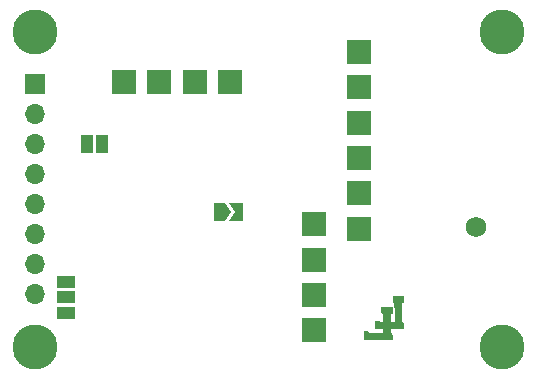
<source format=gbr>
%TF.GenerationSoftware,KiCad,Pcbnew,5.1.9*%
%TF.CreationDate,2021-02-20T15:12:24-08:00*%
%TF.ProjectId,Transmitter,5472616e-736d-4697-9474-65722e6b6963,rev?*%
%TF.SameCoordinates,Original*%
%TF.FileFunction,Soldermask,Bot*%
%TF.FilePolarity,Negative*%
%FSLAX46Y46*%
G04 Gerber Fmt 4.6, Leading zero omitted, Abs format (unit mm)*
G04 Created by KiCad (PCBNEW 5.1.9) date 2021-02-20 15:12:24*
%MOMM*%
%LPD*%
G01*
G04 APERTURE LIST*
%ADD10C,0.010000*%
%ADD11C,0.100000*%
%ADD12C,1.750000*%
%ADD13C,3.800000*%
%ADD14R,2.000000X2.000000*%
%ADD15O,1.700000X1.700000*%
%ADD16R,1.700000X1.700000*%
%ADD17R,1.500000X1.000000*%
%ADD18R,1.000000X1.500000*%
G04 APERTURE END LIST*
D10*
%TO.C,G\u002A\u002A\u002A*%
G36*
X104565200Y-96939600D02*
G01*
X104573358Y-97099331D01*
X104601601Y-97177346D01*
X104641400Y-97193600D01*
X104669636Y-97206742D01*
X104690086Y-97255073D01*
X104703930Y-97351942D01*
X104712344Y-97510702D01*
X104716508Y-97744704D01*
X104717600Y-98057200D01*
X104717600Y-98920800D01*
X104311200Y-98920800D01*
X104311200Y-98514400D01*
X104313322Y-98311914D01*
X104323091Y-98190559D01*
X104345619Y-98129898D01*
X104386013Y-98109495D01*
X104412800Y-98108000D01*
X104473741Y-98094627D01*
X104504134Y-98037865D01*
X104513966Y-97912749D01*
X104514400Y-97854000D01*
X104514400Y-97600000D01*
X103600000Y-97600000D01*
X103600000Y-97854000D01*
X103608158Y-98013731D01*
X103636401Y-98091746D01*
X103676200Y-98108000D01*
X103715298Y-98127141D01*
X103738762Y-98196593D01*
X103749975Y-98334395D01*
X103752400Y-98514400D01*
X103752400Y-98920800D01*
X103600000Y-98920800D01*
X103479009Y-98898081D01*
X103447600Y-98844600D01*
X103409045Y-98788241D01*
X103285994Y-98768537D01*
X103269800Y-98768400D01*
X103092000Y-98768400D01*
X103092000Y-99428800D01*
X103752400Y-99428800D01*
X103752400Y-99835200D01*
X103117400Y-99835200D01*
X102848410Y-99833401D01*
X102665695Y-99826782D01*
X102553976Y-99813511D01*
X102497972Y-99791752D01*
X102482404Y-99759672D01*
X102482400Y-99759000D01*
X102443845Y-99702641D01*
X102320794Y-99682937D01*
X102304600Y-99682800D01*
X102126800Y-99682800D01*
X102126800Y-100343200D01*
X104463600Y-100343200D01*
X104463600Y-100089200D01*
X104455443Y-99929468D01*
X104427200Y-99851453D01*
X104387400Y-99835200D01*
X104334416Y-99801646D01*
X104312583Y-99690418D01*
X104311200Y-99632000D01*
X104311200Y-99428800D01*
X105428800Y-99428800D01*
X105428800Y-99174800D01*
X105420643Y-99015068D01*
X105392400Y-98937053D01*
X105352600Y-98920800D01*
X105324365Y-98907657D01*
X105303915Y-98859326D01*
X105290071Y-98762457D01*
X105281657Y-98603697D01*
X105277493Y-98369695D01*
X105276400Y-98057200D01*
X105277560Y-97737199D01*
X105281825Y-97505428D01*
X105290372Y-97348535D01*
X105304380Y-97253169D01*
X105325027Y-97205977D01*
X105352600Y-97193600D01*
X105400520Y-97166408D01*
X105423924Y-97072263D01*
X105428800Y-96939600D01*
X105428800Y-96685600D01*
X104565200Y-96685600D01*
X104565200Y-96939600D01*
G37*
X104565200Y-96939600D02*
X104573358Y-97099331D01*
X104601601Y-97177346D01*
X104641400Y-97193600D01*
X104669636Y-97206742D01*
X104690086Y-97255073D01*
X104703930Y-97351942D01*
X104712344Y-97510702D01*
X104716508Y-97744704D01*
X104717600Y-98057200D01*
X104717600Y-98920800D01*
X104311200Y-98920800D01*
X104311200Y-98514400D01*
X104313322Y-98311914D01*
X104323091Y-98190559D01*
X104345619Y-98129898D01*
X104386013Y-98109495D01*
X104412800Y-98108000D01*
X104473741Y-98094627D01*
X104504134Y-98037865D01*
X104513966Y-97912749D01*
X104514400Y-97854000D01*
X104514400Y-97600000D01*
X103600000Y-97600000D01*
X103600000Y-97854000D01*
X103608158Y-98013731D01*
X103636401Y-98091746D01*
X103676200Y-98108000D01*
X103715298Y-98127141D01*
X103738762Y-98196593D01*
X103749975Y-98334395D01*
X103752400Y-98514400D01*
X103752400Y-98920800D01*
X103600000Y-98920800D01*
X103479009Y-98898081D01*
X103447600Y-98844600D01*
X103409045Y-98788241D01*
X103285994Y-98768537D01*
X103269800Y-98768400D01*
X103092000Y-98768400D01*
X103092000Y-99428800D01*
X103752400Y-99428800D01*
X103752400Y-99835200D01*
X103117400Y-99835200D01*
X102848410Y-99833401D01*
X102665695Y-99826782D01*
X102553976Y-99813511D01*
X102497972Y-99791752D01*
X102482404Y-99759672D01*
X102482400Y-99759000D01*
X102443845Y-99702641D01*
X102320794Y-99682937D01*
X102304600Y-99682800D01*
X102126800Y-99682800D01*
X102126800Y-100343200D01*
X104463600Y-100343200D01*
X104463600Y-100089200D01*
X104455443Y-99929468D01*
X104427200Y-99851453D01*
X104387400Y-99835200D01*
X104334416Y-99801646D01*
X104312583Y-99690418D01*
X104311200Y-99632000D01*
X104311200Y-99428800D01*
X105428800Y-99428800D01*
X105428800Y-99174800D01*
X105420643Y-99015068D01*
X105392400Y-98937053D01*
X105352600Y-98920800D01*
X105324365Y-98907657D01*
X105303915Y-98859326D01*
X105290071Y-98762457D01*
X105281657Y-98603697D01*
X105277493Y-98369695D01*
X105276400Y-98057200D01*
X105277560Y-97737199D01*
X105281825Y-97505428D01*
X105290372Y-97348535D01*
X105304380Y-97253169D01*
X105325027Y-97205977D01*
X105352600Y-97193600D01*
X105400520Y-97166408D01*
X105423924Y-97072263D01*
X105428800Y-96939600D01*
X105428800Y-96685600D01*
X104565200Y-96685600D01*
X104565200Y-96939600D01*
%TD*%
D11*
%TO.C,CFG1*%
G36*
X90900000Y-89600000D02*
G01*
X90400000Y-90350000D01*
X89400000Y-90350000D01*
X89400000Y-88850000D01*
X90400000Y-88850000D01*
X90900000Y-89600000D01*
G37*
G36*
X91850000Y-90350000D02*
G01*
X90700000Y-90350000D01*
X91200000Y-89600000D01*
X90700000Y-88850000D01*
X91850000Y-88850000D01*
X91850000Y-90350000D01*
G37*
%TD*%
D12*
%TO.C,J1*%
X111633000Y-90805000D03*
%TD*%
D13*
%TO.C,H1*%
X74295000Y-74295000D03*
%TD*%
%TO.C,H2*%
X74295000Y-100965000D03*
%TD*%
%TO.C,H3*%
X113792000Y-74295000D03*
%TD*%
%TO.C,H4*%
X113792000Y-100965000D03*
%TD*%
D14*
%TO.C,J3*%
X97900000Y-90600000D03*
X97900000Y-93600000D03*
X97900000Y-96600000D03*
X97900000Y-99600000D03*
%TD*%
%TO.C,J5*%
X90800000Y-78600000D03*
X87800000Y-78600000D03*
X84800000Y-78600000D03*
X81800000Y-78600000D03*
%TD*%
%TO.C,J6*%
X101700000Y-91000000D03*
X101700000Y-88000000D03*
X101700000Y-85000000D03*
X101700000Y-82000000D03*
X101700000Y-79000000D03*
X101700000Y-76000000D03*
%TD*%
D15*
%TO.C,J7*%
X74295000Y-96520000D03*
X74295000Y-93980000D03*
X74295000Y-91440000D03*
X74295000Y-88900000D03*
X74295000Y-86360000D03*
X74295000Y-83820000D03*
X74295000Y-81280000D03*
D16*
X74295000Y-78740000D03*
%TD*%
D17*
%TO.C,S1*%
X76900000Y-96800000D03*
X76900000Y-95500000D03*
X76900000Y-98100000D03*
%TD*%
D18*
%TO.C,S2*%
X78650000Y-83800000D03*
X79950000Y-83800000D03*
%TD*%
M02*

</source>
